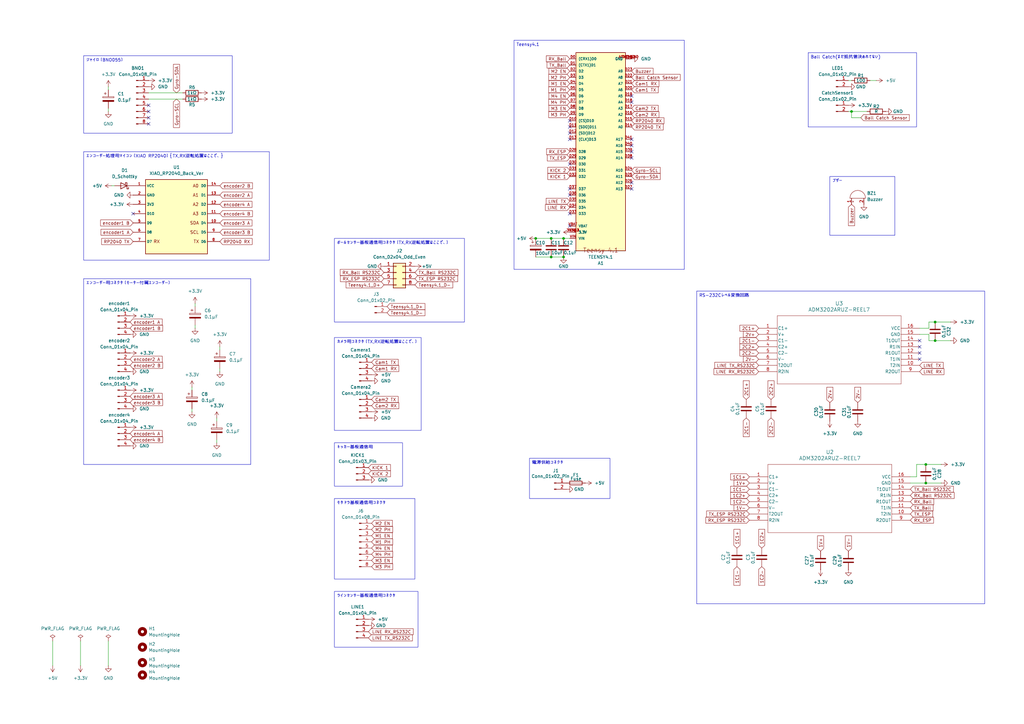
<source format=kicad_sch>
(kicad_sch (version 20250114) (generator "eeschema") (generator_version "9.0")
  (paper "A3")
  (text_box "ラインセンサー基板通信用コネクタ" (at 137.16 242.57 0) (size 34.29 22.86) (margins 0.9525 0.9525 0.9525 0.9525) (effects (font (size 1.27 1.27)) (justify left top)))
  (text_box "モタドラ基板通信用コネクタ" (at 137.16 204.47 0) (size 33.02 33.02) (margins 0.9525 0.9525 0.9525 0.9525) (effects (font (size 1.27 1.27)) (justify left top)))
  (text_box "カメラ用コネクタ（TX,RX逆転処置はここで、）" (at 137.16 138.43 0) (size 35.56 38.1) (margins 0.9525 0.9525 0.9525 0.9525) (effects (font (size 1.27 1.27)) (justify left top)))
  (text_box "エンコーダー処理用マイコン（XIAO RP2040）｛TX,RX逆転処置はここで、｝" (at 34.29 62.23 0) (size 76.2 44.45) (margins 0.9525 0.9525 0.9525 0.9525) (effects (font (size 1.27 1.27)) (justify left top)))
  (text_box "キッカー基板通信用" (at 137.16 181.61 0) (size 27.94 17.78) (margins 0.9525 0.9525 0.9525 0.9525) (effects (font (size 1.27 1.27)) (justify left top)))
  (text_box "Ball Catch(まだ抵抗値決めれてない)" (at 331.47 21.59 0) (size 44.45 30.48) (margins 0.9525 0.9525 0.9525 0.9525) (effects (font (size 1.27 1.27)) (justify left top)))
  (text_box "エンコーダー用コネクタ（モーター付属エンコーダー）" (at 34.29 114.3 0) (size 68.58 76.2) (margins 0.9525 0.9525 0.9525 0.9525) (effects (font (size 1.27 1.27)) (justify left top)))
  (text_box "ボールセンサー基板通信用コネクタ（TX,RX逆転処置はここで、）" (at 137.16 97.79 0) (size 53.34 34.29) (margins 0.9525 0.9525 0.9525 0.9525) (effects (font (size 1.27 1.27)) (justify left top)))
  (text_box "電源供給コネクタ" (at 217.17 187.96 0) (size 33.02 16.51) (margins 0.9525 0.9525 0.9525 0.9525) (effects (font (size 1.27 1.27)) (justify left top)))
  (text_box "ジャイロ（BNO055）" (at 34.29 22.86 0) (size 60.96 31.75) (margins 0.9525 0.9525 0.9525 0.9525) (effects (font (size 1.27 1.27)) (justify left top)))
  (text_box "Teensy4.1" (at 210.82 16.51 0) (size 69.85 93.98) (margins 0.9525 0.9525 0.9525 0.9525) (effects (font (size 1.27 1.27)) (justify left top)))
  (text_box "ブザー" (at 340.36 72.39 0) (size 26.67 24.13) (margins 0.9525 0.9525 0.9525 0.9525) (effects (font (size 1.27 1.27)) (justify left top)))
  (text_box "RS-232Cレベル変換回路" (at 285.75 119.38 0) (size 118.11 128.27) (margins 0.9525 0.9525 0.9525 0.9525) (effects (font (size 1.27 1.27)) (justify left top)))
  (junction (at 219.71 97.79))
  (junction (at 231.14 97.79))
  (junction (at 379.73 190.5))
  (junction (at 231.14 105.41))
  (junction (at 383.54 132.08))
  (junction (at 226.06 105.41))
  (junction (at 349.25 45.72))
  (junction (at 383.54 139.7))
  (junction (at 226.06 97.79))
  (junction (at 379.73 198.12))
  (no_connect (at 54.61 87.63))
  (no_connect (at 377.19 142.24))
  (no_connect (at 259.08 57.15))
  (no_connect (at 60.96 48.26))
  (no_connect (at 259.08 41.91))
  (no_connect (at 60.96 43.18))
  (no_connect (at 233.68 80.01))
  (no_connect (at 233.68 57.15))
  (no_connect (at 259.08 64.77))
  (no_connect (at 259.08 59.69))
  (no_connect (at 259.08 77.47))
  (no_connect (at 60.96 45.72))
  (no_connect (at 60.96 50.8))
  (no_connect (at 377.19 139.7))
  (no_connect (at 259.08 39.37))
  (no_connect (at 259.08 74.93))
  (no_connect (at 377.19 147.32))
  (no_connect (at 233.68 87.63))
  (no_connect (at 233.68 92.71))
  (no_connect (at 233.68 49.53))
  (no_connect (at 259.08 62.23))
  (no_connect (at 233.68 67.31))
  (no_connect (at 233.68 54.61))
  (no_connect (at 377.19 144.78))
  (no_connect (at 233.68 77.47))
  (no_connect (at 233.68 52.07))
  (wire (pts (xy 383.54 132.08) (xy 389.89 132.08)))
  (wire (pts (xy 44.45 44.45) (xy 44.45 45.72)))
  (wire (pts (xy 78.74 158.75) (xy 78.74 160.02)))
  (wire (pts (xy 381 137.16) (xy 377.19 137.16)))
  (wire (pts (xy 80.01 133.35) (xy 80.01 134.62)))
  (wire (pts (xy 33.02 262.89) (xy 33.02 273.05)))
  (wire (pts (xy 88.9 171.45) (xy 88.9 172.72)))
  (wire (pts (xy 349.25 45.72) (xy 349.25 48.26)))
  (wire (pts (xy 375.92 190.5) (xy 379.73 190.5)))
  (wire (pts (xy 349.25 48.26) (xy 353.06 48.26)))
  (wire (pts (xy 381 139.7) (xy 381 137.16)))
  (wire (pts (xy 373.38 198.12) (xy 379.73 198.12)))
  (wire (pts (xy 226.06 105.41) (xy 231.14 105.41)))
  (wire (pts (xy 373.38 195.58) (xy 375.92 195.58)))
  (wire (pts (xy 356.87 33.02) (xy 359.41 33.02)))
  (wire (pts (xy 44.45 35.56) (xy 44.45 36.83)))
  (wire (pts (xy 381 134.62) (xy 381 132.08)))
  (wire (pts (xy 219.71 105.41) (xy 226.06 105.41)))
  (wire (pts (xy 231.14 97.79) (xy 233.68 97.79)))
  (wire (pts (xy 21.59 262.89) (xy 21.59 273.05)))
  (wire (pts (xy 349.25 45.72) (xy 355.6 45.72)))
  (wire (pts (xy 60.96 40.64) (xy 74.93 40.64)))
  (wire (pts (xy 45.72 76.2) (xy 46.99 76.2)))
  (wire (pts (xy 60.96 38.1) (xy 74.93 38.1)))
  (wire (pts (xy 347.98 33.02) (xy 349.25 33.02)))
  (wire (pts (xy 377.19 134.62) (xy 381 134.62)))
  (wire (pts (xy 78.74 167.64) (xy 78.74 168.91)))
  (wire (pts (xy 44.45 262.89) (xy 44.45 273.05)))
  (wire (pts (xy 379.73 190.5) (xy 386.08 190.5)))
  (wire (pts (xy 80.01 124.46) (xy 80.01 125.73)))
  (wire (pts (xy 226.06 97.79) (xy 231.14 97.79)))
  (wire (pts (xy 379.73 198.12) (xy 386.08 198.12)))
  (wire (pts (xy 347.98 45.72) (xy 349.25 45.72)))
  (wire (pts (xy 375.92 195.58) (xy 375.92 190.5)))
  (wire (pts (xy 383.54 139.7) (xy 389.89 139.7)))
  (wire (pts (xy 381 139.7) (xy 383.54 139.7)))
  (wire (pts (xy 88.9 180.34) (xy 88.9 181.61)))
  (wire (pts (xy 381 132.08) (xy 383.54 132.08)))
  (wire (pts (xy 90.17 142.24) (xy 90.17 143.51)))
  (wire (pts (xy 219.71 97.79) (xy 226.06 97.79)))
  (wire (pts (xy 90.17 151.13) (xy 90.17 152.4)))
  (global_label "M2 PH" (shape input) (at 233.68 31.75 180) (property "Intersheetrefs" "${INTERSHEET_REFS}" (effects (hide yes))))
  (global_label "KICK 2" (shape input) (at 151.13 194.31 0) (property "Intersheetrefs" "${INTERSHEET_REFS}" (effects (hide yes))))
  (global_label "LINE TX_RS232C" (shape input) (at 311.15 149.86 180) (property "Intersheetrefs" "${INTERSHEET_REFS}" (effects (hide yes))))
  (global_label "2C1-" (shape input) (at 306.07 171.45 270) (property "Intersheetrefs" "${INTERSHEET_REFS}" (effects (hide yes))))
  (global_label "Cam2 RX" (shape input) (at 259.08 46.99 0) (property "Intersheetrefs" "${INTERSHEET_REFS}" (effects (hide yes))))
  (global_label "RX_Ball" (shape input) (at 233.68 24.13 180) (property "Intersheetrefs" "${INTERSHEET_REFS}" (effects (hide yes))))
  (global_label "1V-" (shape input) (at 307.34 208.28 180) (property "Intersheetrefs" "${INTERSHEET_REFS}" (effects (hide yes))))
  (global_label "Buzzer" (shape input) (at 349.25 83.82 270) (property "Intersheetrefs" "${INTERSHEET_REFS}" (effects (hide yes))))
  (global_label "M2 EN" (shape input) (at 152.4 214.63 0) (property "Intersheetrefs" "${INTERSHEET_REFS}" (effects (hide yes))))
  (global_label "2C1+" (shape input) (at 306.07 163.83 90) (property "Intersheetrefs" "${INTERSHEET_REFS}" (effects (hide yes))))
  (global_label "Ball Catch Sensor" (shape input) (at 259.08 31.75 0) (property "Intersheetrefs" "${INTERSHEET_REFS}" (effects (hide yes))))
  (global_label "Cam2 TX" (shape input) (at 259.08 44.45 0) (property "Intersheetrefs" "${INTERSHEET_REFS}" (effects (hide yes))))
  (global_label "1C1+" (shape input) (at 302.26 224.79 90) (property "Intersheetrefs" "${INTERSHEET_REFS}" (effects (hide yes))))
  (global_label "M1 EN" (shape input) (at 152.4 219.71 0) (property "Intersheetrefs" "${INTERSHEET_REFS}" (effects (hide yes))))
  (global_label "Gyro-SDA" (shape input) (at 72.39 38.1 90) (property "Intersheetrefs" "${INTERSHEET_REFS}" (effects (hide yes))))
  (global_label "1V-" (shape input) (at 347.98 226.06 90) (property "Intersheetrefs" "${INTERSHEET_REFS}" (effects (hide yes))))
  (global_label "2C1+" (shape input) (at 311.15 134.62 180) (property "Intersheetrefs" "${INTERSHEET_REFS}" (effects (hide yes))))
  (global_label "2V+" (shape input) (at 311.15 137.16 180) (property "Intersheetrefs" "${INTERSHEET_REFS}" (effects (hide yes))))
  (global_label "encoder2 B" (shape input) (at 90.17 76.2 0) (property "Intersheetrefs" "${INTERSHEET_REFS}" (effects (hide yes))))
  (global_label "2V+" (shape input) (at 340.36 165.1 90) (property "Intersheetrefs" "${INTERSHEET_REFS}" (effects (hide yes))))
  (global_label "RP2040 RX" (shape input) (at 90.17 99.06 0) (property "Intersheetrefs" "${INTERSHEET_REFS}" (effects (hide yes))))
  (global_label "Ball Catch Sensor" (shape input) (at 353.06 48.26 0) (property "Intersheetrefs" "${INTERSHEET_REFS}" (effects (hide yes))))
  (global_label "M3 EN" (shape input) (at 152.4 229.87 0) (property "Intersheetrefs" "${INTERSHEET_REFS}" (effects (hide yes))))
  (global_label "TX_ESP RS232C" (shape input) (at 170.18 114.3 0) (property "Intersheetrefs" "${INTERSHEET_REFS}" (effects (hide yes))))
  (global_label "RX_ESP" (shape input) (at 233.68 62.23 180) (property "Intersheetrefs" "${INTERSHEET_REFS}" (effects (hide yes))))
  (global_label "encoder2 B" (shape input) (at 53.34 149.86 0) (property "Intersheetrefs" "${INTERSHEET_REFS}" (effects (hide yes))))
  (global_label "LINE TX_RS232C" (shape input) (at 151.13 261.62 0) (property "Intersheetrefs" "${INTERSHEET_REFS}" (effects (hide yes))))
  (global_label "M3 PH" (shape input) (at 152.4 232.41 0) (property "Intersheetrefs" "${INTERSHEET_REFS}" (effects (hide yes))))
  (global_label "encoder3 B" (shape input) (at 53.34 165.1 0) (property "Intersheetrefs" "${INTERSHEET_REFS}" (effects (hide yes))))
  (global_label "RX_Ball RS232C" (shape input) (at 373.38 203.2 0) (property "Intersheetrefs" "${INTERSHEET_REFS}" (effects (hide yes))))
  (global_label "LINE TX" (shape input) (at 377.19 149.86 0) (property "Intersheetrefs" "${INTERSHEET_REFS}" (effects (hide yes))))
  (global_label "Cam2 RX" (shape input) (at 152.4 166.37 0) (property "Intersheetrefs" "${INTERSHEET_REFS}" (effects (hide yes))))
  (global_label "RP2040 RX" (shape input) (at 259.08 49.53 0) (property "Intersheetrefs" "${INTERSHEET_REFS}" (effects (hide yes))))
  (global_label "M4 PH" (shape input) (at 233.68 41.91 180) (property "Intersheetrefs" "${INTERSHEET_REFS}" (effects (hide yes))))
  (global_label "RX_Ball RS232C" (shape input) (at 157.48 111.76 180) (property "Intersheetrefs" "${INTERSHEET_REFS}" (effects (hide yes))))
  (global_label "2C2-" (shape input) (at 316.23 171.45 270) (property "Intersheetrefs" "${INTERSHEET_REFS}" (effects (hide yes))))
  (global_label "M4 EN" (shape input) (at 152.4 224.79 0) (property "Intersheetrefs" "${INTERSHEET_REFS}" (effects (hide yes))))
  (global_label "encoder1 A" (shape input) (at 54.61 95.25 180) (property "Intersheetrefs" "${INTERSHEET_REFS}" (effects (hide yes))))
  (global_label "RP2040 TX" (shape input) (at 54.61 99.06 180) (property "Intersheetrefs" "${INTERSHEET_REFS}" (effects (hide yes))))
  (global_label "LINE RX" (shape input) (at 233.68 85.09 180) (property "Intersheetrefs" "${INTERSHEET_REFS}" (effects (hide yes))))
  (global_label "LINE RX" (shape input) (at 377.19 152.4 0) (property "Intersheetrefs" "${INTERSHEET_REFS}" (effects (hide yes))))
  (global_label "2C2-" (shape input) (at 311.15 144.78 180) (property "Intersheetrefs" "${INTERSHEET_REFS}" (effects (hide yes))))
  (global_label "2V-" (shape input) (at 311.15 147.32 180) (property "Intersheetrefs" "${INTERSHEET_REFS}" (effects (hide yes))))
  (global_label "TX_Ball RS232C" (shape input) (at 170.18 111.76 0) (property "Intersheetrefs" "${INTERSHEET_REFS}" (effects (hide yes))))
  (global_label "1V+" (shape input) (at 336.55 226.06 90) (property "Intersheetrefs" "${INTERSHEET_REFS}" (effects (hide yes))))
  (global_label "encoder2 A" (shape input) (at 90.17 80.01 0) (property "Intersheetrefs" "${INTERSHEET_REFS}" (effects (hide yes))))
  (global_label "encoder4 A" (shape input) (at 90.17 83.82 0) (property "Intersheetrefs" "${INTERSHEET_REFS}" (effects (hide yes))))
  (global_label "LINE TX" (shape input) (at 233.68 82.55 180) (property "Intersheetrefs" "${INTERSHEET_REFS}" (effects (hide yes))))
  (global_label "M1 EN" (shape input) (at 233.68 34.29 180) (property "Intersheetrefs" "${INTERSHEET_REFS}" (effects (hide yes))))
  (global_label "1C2-" (shape input) (at 312.42 232.41 270) (property "Intersheetrefs" "${INTERSHEET_REFS}" (effects (hide yes))))
  (global_label "2V-" (shape input) (at 351.79 165.1 90) (property "Intersheetrefs" "${INTERSHEET_REFS}" (effects (hide yes))))
  (global_label "Gyro-SCL" (shape input) (at 72.39 40.64 270) (property "Intersheetrefs" "${INTERSHEET_REFS}" (effects (hide yes))))
  (global_label "encoder2 A" (shape input) (at 53.34 147.32 0) (property "Intersheetrefs" "${INTERSHEET_REFS}" (effects (hide yes))))
  (global_label "Teensy4.1_D-" (shape input) (at 170.18 116.84 0) (property "Intersheetrefs" "${INTERSHEET_REFS}" (effects (hide yes))))
  (global_label "1C1+" (shape input) (at 307.34 195.58 180) (property "Intersheetrefs" "${INTERSHEET_REFS}" (effects (hide yes))))
  (global_label "KICK 1" (shape input) (at 151.13 191.77 0) (property "Intersheetrefs" "${INTERSHEET_REFS}" (effects (hide yes))))
  (global_label "LINE RX_RS232C" (shape input) (at 151.13 259.08 0) (property "Intersheetrefs" "${INTERSHEET_REFS}" (effects (hide yes))))
  (global_label "M2 PH" (shape input) (at 152.4 217.17 0) (property "Intersheetrefs" "${INTERSHEET_REFS}" (effects (hide yes))))
  (global_label "Teensy4.1_D-" (shape input) (at 158.75 128.27 0) (property "Intersheetrefs" "${INTERSHEET_REFS}" (effects (hide yes))))
  (global_label "encoder3 A" (shape input) (at 90.17 91.44 0) (property "Intersheetrefs" "${INTERSHEET_REFS}" (effects (hide yes))))
  (global_label "1C1-" (shape input) (at 302.26 232.41 270) (property "Intersheetrefs" "${INTERSHEET_REFS}" (effects (hide yes))))
  (global_label "M1 PH" (shape input) (at 152.4 222.25 0) (property "Intersheetrefs" "${INTERSHEET_REFS}" (effects (hide yes))))
  (global_label "Cam1 RX" (shape input) (at 259.08 34.29 0) (property "Intersheetrefs" "${INTERSHEET_REFS}" (effects (hide yes))))
  (global_label "encoder1 B" (shape input) (at 53.34 134.62 0) (property "Intersheetrefs" "${INTERSHEET_REFS}" (effects (hide yes))))
  (global_label "2C2+" (shape input) (at 316.23 163.83 90) (property "Intersheetrefs" "${INTERSHEET_REFS}" (effects (hide yes))))
  (global_label "1C1-" (shape input) (at 307.34 200.66 180) (property "Intersheetrefs" "${INTERSHEET_REFS}" (effects (hide yes))))
  (global_label "RX_ESP RS232C" (shape input) (at 307.34 213.36 180) (property "Intersheetrefs" "${INTERSHEET_REFS}" (effects (hide yes))))
  (global_label "1V+" (shape input) (at 307.34 198.12 180) (property "Intersheetrefs" "${INTERSHEET_REFS}" (effects (hide yes))))
  (global_label "TX_ESP RS232C" (shape input) (at 307.34 210.82 180) (property "Intersheetrefs" "${INTERSHEET_REFS}" (effects (hide yes))))
  (global_label "encoder3 A" (shape input) (at 53.34 162.56 0) (property "Intersheetrefs" "${INTERSHEET_REFS}" (effects (hide yes))))
  (global_label "encoder4 B" (shape input) (at 90.17 87.63 0) (property "Intersheetrefs" "${INTERSHEET_REFS}" (effects (hide yes))))
  (global_label "M2 EN" (shape input) (at 233.68 29.21 180) (property "Intersheetrefs" "${INTERSHEET_REFS}" (effects (hide yes))))
  (global_label "1C2-" (shape input) (at 307.34 205.74 180) (property "Intersheetrefs" "${INTERSHEET_REFS}" (effects (hide yes))))
  (global_label "1C2+" (shape input) (at 307.34 203.2 180) (property "Intersheetrefs" "${INTERSHEET_REFS}" (effects (hide yes))))
  (global_label "encoder1 B" (shape input) (at 54.61 91.44 180) (property "Intersheetrefs" "${INTERSHEET_REFS}" (effects (hide yes))))
  (global_label "TX_Ball" (shape input) (at 233.68 26.67 180) (property "Intersheetrefs" "${INTERSHEET_REFS}" (effects (hide yes))))
  (global_label "Cam2 TX" (shape input) (at 152.4 163.83 0) (property "Intersheetrefs" "${INTERSHEET_REFS}" (effects (hide yes))))
  (global_label "encoder4 B" (shape input) (at 53.34 180.34 0) (property "Intersheetrefs" "${INTERSHEET_REFS}" (effects (hide yes))))
  (global_label "KICK 2" (shape input) (at 233.68 69.85 180) (property "Intersheetrefs" "${INTERSHEET_REFS}" (effects (hide yes))))
  (global_label "Buzzer" (shape input) (at 259.08 29.21 0) (property "Intersheetrefs" "${INTERSHEET_REFS}" (effects (hide yes))))
  (global_label "Teensy4.1_D+" (shape input) (at 158.75 125.73 0) (property "Intersheetrefs" "${INTERSHEET_REFS}" (effects (hide yes))))
  (global_label "TX_ESP" (shape input) (at 373.38 210.82 0) (property "Intersheetrefs" "${INTERSHEET_REFS}" (effects (hide yes))))
  (global_label "M3 EN" (shape input) (at 233.68 44.45 180) (property "Intersheetrefs" "${INTERSHEET_REFS}" (effects (hide yes))))
  (global_label "M1 PH" (shape input) (at 233.68 36.83 180) (property "Intersheetrefs" "${INTERSHEET_REFS}" (effects (hide yes))))
  (global_label "RX_ESP RS232C" (shape input) (at 157.48 114.3 180) (property "Intersheetrefs" "${INTERSHEET_REFS}" (effects (hide yes))))
  (global_label "RX_Ball" (shape input) (at 373.38 205.74 0) (property "Intersheetrefs" "${INTERSHEET_REFS}" (effects (hide yes))))
  (global_label "2C1-" (shape input) (at 311.15 139.7 180) (property "Intersheetrefs" "${INTERSHEET_REFS}" (effects (hide yes))))
  (global_label "Teensy4.1_D+" (shape input) (at 157.48 116.84 180) (property "Intersheetrefs" "${INTERSHEET_REFS}" (effects (hide yes))))
  (global_label "Gyro-SCL" (shape input) (at 259.08 69.85 0) (property "Intersheetrefs" "${INTERSHEET_REFS}" (effects (hide yes))))
  (global_label "Cam1 TX" (shape input) (at 259.08 36.83 0) (property "Intersheetrefs" "${INTERSHEET_REFS}" (effects (hide yes))))
  (global_label "Cam1 TX" (shape input) (at 152.4 148.59 0) (property "Intersheetrefs" "${INTERSHEET_REFS}" (effects (hide yes))))
  (global_label "TX_Ball" (shape input) (at 373.38 208.28 0) (property "Intersheetrefs" "${INTERSHEET_REFS}" (effects (hide yes))))
  (global_label "M3 PH" (shape input) (at 233.68 46.99 180) (property "Intersheetrefs" "${INTERSHEET_REFS}" (effects (hide yes))))
  (global_label "1C2+" (shape input) (at 312.42 224.79 90) (property "Intersheetrefs" "${INTERSHEET_REFS}" (effects (hide yes))))
  (global_label "RP2040 TX" (shape input) (at 259.08 52.07 0) (property "Intersheetrefs" "${INTERSHEET_REFS}" (effects (hide yes))))
  (global_label "RX_ESP" (shape input) (at 373.38 213.36 0) (property "Intersheetrefs" "${INTERSHEET_REFS}" (effects (hide yes))))
  (global_label "2C2+" (shape input) (at 311.15 142.24 180) (property "Intersheetrefs" "${INTERSHEET_REFS}" (effects (hide yes))))
  (global_label "LINE RX_RS232C" (shape input) (at 311.15 152.4 180) (property "Intersheetrefs" "${INTERSHEET_REFS}" (effects (hide yes))))
  (global_label "Cam1 RX" (shape input) (at 152.4 151.13 0) (property "Intersheetrefs" "${INTERSHEET_REFS}" (effects (hide yes))))
  (global_label "encoder3 B" (shape input) (at 90.17 95.25 0) (property "Intersheetrefs" "${INTERSHEET_REFS}" (effects (hide yes))))
  (global_label "TX_ESP" (shape input) (at 233.68 64.77 180) (property "Intersheetrefs" "${INTERSHEET_REFS}" (effects (hide yes))))
  (global_label "M4 EN" (shape input) (at 233.68 39.37 180) (property "Intersheetrefs" "${INTERSHEET_REFS}" (effects (hide yes))))
  (global_label "Gyro-SDA" (shape input) (at 259.08 72.39 0) (property "Intersheetrefs" "${INTERSHEET_REFS}" (effects (hide yes))))
  (global_label "TX_Ball RS232C" (shape input) (at 373.38 200.66 0) (property "Intersheetrefs" "${INTERSHEET_REFS}" (effects (hide yes))))
  (global_label "encoder4 A" (shape input) (at 53.34 177.8 0) (property "Intersheetrefs" "${INTERSHEET_REFS}" (effects (hide yes))))
  (global_label "encoder1 A" (shape input) (at 53.34 132.08 0) (property "Intersheetrefs" "${INTERSHEET_REFS}" (effects (hide yes))))
  (global_label "KICK 1" (shape input) (at 233.68 72.39 180) (property "Intersheetrefs" "${INTERSHEET_REFS}" (effects (hide yes))))
  (global_label "M4 PH" (shape input) (at 152.4 227.33 0) (property "Intersheetrefs" "${INTERSHEET_REFS}" (effects (hide yes))))
  (symbol (lib_id "power:GND") (at 78.74 168.91 0) (unit 1)
    (property "Reference" "#PWR048" (effects (hide yes)))
    (property "Value" "GND" (at 78.74 173.99 0))
    (property "Description" "Power symbol creates a global label with name \"GND\" , ground" (effects (hide yes)))
  )
  (symbol (lib_id "power:GND") (at 152.4 171.45 90) (unit 1)
    (property "Reference" "#PWR020" (effects (hide yes)))
    (property "Value" "GND" (at 156.21 171.4499 90) (effects (justify right)))
    (property "Description" "Power symbol creates a global label with name \"GND\" , ground" (effects (hide yes)))
  )
  (symbol (lib_id "Connector:Conn_01x02_Pin") (at 342.9 43.18 0) (unit 1)
    (property "Reference" "CatchSensor1" (at 343.535 38.1 0))
    (property "Value" "Conn_01x02_Pin" (at 343.535 40.64 0))
    (property "Footprint" "Connector_JST:JST_XH_S2B-XH-A_1x02_P2.50mm_Horizontal" (effects (hide yes)))
    (property "Description" "Generic connector, single row, 01x02, script generated" (effects (hide yes)))
  )
  (symbol (lib_id "power:+3.3V") (at 78.74 158.75 0) (unit 1)
    (property "Reference" "#PWR047" (effects (hide yes)))
    (property "Value" "+3.3V" (at 78.74 153.67 0))
    (property "Description" "Power symbol creates a global label with name \"+3.3V\"" (effects (hide yes)))
  )
  (symbol (lib_id "Mechanical:MountingHole") (at 58.42 265.43 0) (unit 1) (exclude_from_sim yes) (in_bom no)
    (property "Reference" "H2" (at 60.96 264.1599 0) (effects (justify left)))
    (property "Value" "MountingHole" (at 60.96 266.6999 0) (effects (justify left)))
    (property "Footprint" "MountingHole:MountingHole_3.2mm_M3" (effects (hide yes)))
    (property "Description" "Mounting Hole without connection" (effects (hide yes)))
  )
  (symbol (lib_id "Device:C") (at 351.79 168.91 180) (unit 1)
    (property "Reference" "C31" (at 346.202 168.91 90))
    (property "Value" "0.1uF" (at 348.234 168.91 90))
    (property "Footprint" "Capacitor_SMD:C_0402_1005Metric" (effects (hide yes)))
    (property "Description" "Unpolarized capacitor" (effects (hide yes)))
  )
  (symbol (lib_id "Device:R") (at 78.74 38.1 90) (unit 1)
    (property "Reference" "R6" (at 78.74 35.814 90))
    (property "Value" "1kΩ" (at 78.74 38.1 90))
    (property "Footprint" "Resistor_SMD:R_0603_1608Metric" (effects (hide yes)))
    (property "Description" "Resistor" (effects (hide yes)))
  )
  (symbol (lib_id "power:+3.3V") (at 53.34 175.26 270) (unit 1)
    (property "Reference" "#PWR039" (effects (hide yes)))
    (property "Value" "+3.3V" (at 57.15 175.2599 90) (effects (justify left)))
    (property "Description" "Power symbol creates a global label with name \"+3.3V\"" (effects (hide yes)))
  )
  (symbol (lib_id "power:GND") (at 259.08 24.13 90) (unit 1)
    (property "Reference" "#PWR042" (effects (hide yes)))
    (property "Value" "GND" (at 262.89 24.1301 90) (effects (justify right)))
    (property "Description" "Power symbol creates a global label with name \"GND\" , ground" (effects (hide yes)))
  )
  (symbol (lib_id "Device:R") (at 78.74 40.64 90) (unit 1)
    (property "Reference" "R5" (at 78.74 42.926 90))
    (property "Value" "1kΩ" (at 78.74 40.64 90))
    (property "Footprint" "Resistor_SMD:R_0603_1608Metric" (effects (hide yes)))
    (property "Description" "Resistor" (effects (hide yes)))
  )
  (symbol (lib_id "power:+3.3V") (at 54.61 83.82 90) (unit 1)
    (property "Reference" "#PWR015" (effects (hide yes)))
    (property "Value" "+3.3V" (at 50.8 83.8199 90) (effects (justify left)))
    (property "Description" "Power symbol creates a global label with name \"+3.3V\"" (effects (hide yes)))
  )
  (symbol (lib_id "power:GND") (at 53.34 137.16 90) (unit 1)
    (property "Reference" "#PWR034" (effects (hide yes)))
    (property "Value" "GND" (at 57.15 137.1599 90) (effects (justify right)))
    (property "Description" "Power symbol creates a global label with name \"GND\" , ground" (effects (hide yes)))
  )
  (symbol (lib_id "power:+5V") (at 21.59 273.05 180) (unit 1)
    (property "Reference" "#PWR010" (effects (hide yes)))
    (property "Value" "+5V" (at 21.59 278.13 0))
    (property "Description" "Power symbol creates a global label with name \"+5V\"" (effects (hide yes)))
  )
  (symbol (lib_id "power:GND") (at 389.89 139.7 90) (unit 1)
    (property "Reference" "#PWR0101" (effects (hide yes)))
    (property "Value" "GND" (at 393.7 139.6999 90) (effects (justify right)))
    (property "Description" "Power symbol creates a global label with name \"GND\" , ground" (effects (hide yes)))
  )
  (symbol (lib_id "Device:C_Polarized") (at 78.74 163.83 0) (unit 1)
    (property "Reference" "C8" (at 82.55 161.6709 0) (effects (justify left)))
    (property "Value" "0.1μF" (at 82.55 164.2109 0) (effects (justify left)))
    (property "Footprint" "Capacitor_SMD:C_0603_1608Metric_Pad1.08x0.95mm_HandSolder" (effects (hide yes)))
    (property "Description" "Polarized capacitor" (effects (hide yes)))
  )
  (symbol (lib_id "power:GND") (at 53.34 167.64 90) (unit 1)
    (property "Reference" "#PWR038" (effects (hide yes)))
    (property "Value" "GND" (at 57.15 167.6399 90) (effects (justify right)))
    (property "Description" "Power symbol creates a global label with name \"GND\" , ground" (effects (hide yes)))
  )
  (symbol (lib_id "Connector:Conn_01x08_Pin") (at 147.32 222.25 0) (unit 1)
    (property "Reference" "J6" (at 147.955 209.55 0))
    (property "Value" "Conn_01x08_Pin" (at 147.955 212.09 0))
    (property "Footprint" "FFC conector:FFC conector 0.5mm Pich" (effects (hide yes)))
    (property "Description" "Generic connector, single row, 01x08, script generated" (effects (hide yes)))
  )
  (symbol (lib_id "power:GND") (at 60.96 35.56 90) (unit 1)
    (property "Reference" "#PWR08" (effects (hide yes)))
    (property "Value" "GND" (at 64.77 35.5599 90) (effects (justify right)))
    (property "Description" "Power symbol creates a global label with name \"GND\" , ground" (effects (hide yes)))
  )
  (symbol (lib_id "Device:D_Schottky") (at 50.8 76.2 180) (unit 1)
    (property "Reference" "D1" (at 51.1175 69.85 0))
    (property "Value" "D_Schottky" (at 51.1175 72.39 0))
    (property "Footprint" "Diode_SMD:D_SMA" (effects (hide yes)))
    (property "Description" "Schottky diode" (effects (hide yes)))
  )
  (symbol (lib_id "Connector:Conn_01x02_Pin") (at 227.33 198.12 0) (unit 1)
    (property "Reference" "J1" (at 227.965 193.04 0))
    (property "Value" "Conn_01x02_Pin" (at 225.806 195.326 0))
    (property "Footprint" "Connector_JST:JST_XH_S2B-XH-A_1x02_P2.50mm_Horizontal" (effects (hide yes)))
    (property "Description" "Generic connector, single row, 01x02, script generated" (effects (hide yes)))
  )
  (symbol (lib_id "Connector:Conn_01x04_Pin") (at 147.32 166.37 0) (unit 1)
    (property "Reference" "Camera2" (at 147.955 158.75 0))
    (property "Value" "Conn_01x04_Pin" (at 147.955 161.29 0))
    (property "Footprint" "GROVE:GROVE-HW4-2.0" (effects (hide yes)))
    (property "Description" "Generic connector, single row, 01x04, script generated" (effects (hide yes)))
  )
  (symbol (lib_id "power:+5V") (at 240.03 198.12 270) (unit 1)
    (property "Reference" "#PWR026" (effects (hide yes)))
    (property "Value" "+5V" (at 243.84 198.1199 90) (effects (justify left)))
    (property "Description" "Power symbol creates a global label with name \"+5V\"" (effects (hide yes)))
  )
  (symbol (lib_id "Connector:Conn_01x04_Pin") (at 48.26 162.56 0) (unit 1)
    (property "Reference" "encoder3" (at 48.895 154.94 0))
    (property "Value" "Conn_01x04_Pin" (at 48.895 157.48 0))
    (property "Footprint" "Connector_JST:JST_XH_S4B-XH-A_1x04_P2.50mm_Horizontal" (effects (hide yes)))
    (property "Description" "Generic connector, single row, 01x04, script generated" (effects (hide yes)))
  )
  (symbol (lib_id "Device:C") (at 312.42 228.6 180) (unit 1)
    (property "Reference" "C3" (at 306.832 228.6 90))
    (property "Value" "0.1uF" (at 308.864 228.6 90))
    (property "Footprint" "Capacitor_SMD:C_0402_1005Metric" (effects (hide yes)))
    (property "Description" "Unpolarized capacitor" (effects (hide yes)))
  )
  (symbol (lib_id "power:+3.3V") (at 88.9 171.45 0) (unit 1)
    (property "Reference" "#PWR049" (effects (hide yes)))
    (property "Value" "+3.3V" (at 88.9 166.37 0))
    (property "Description" "Power symbol creates a global label with name \"+3.3V\"" (effects (hide yes)))
  )
  (symbol (lib_id "Teensy4.1:TEENSY4.1") (at 256.54 102.87 180) (unit 1)
    (property "Reference" "A1" (at 246.38 107.95 0))
    (property "Value" "TEENSY4.1" (at 246.38 105.41 0))
    (property "Footprint" "Teensy4.1:TEENSY4.1" (effects (hide yes)))
    (property "TEENSY" "4.1" (effects (hide yes)))
    (property "MF" "PJRC" (effects (hide yes)))
    (property "Package" "None" (effects (hide yes)))
    (property "Price" "None" (effects (hide yes)))
    (property "SnapEDA_Link" "https://www.snapeda.com/parts/Teensy%204.1/PJRC/view-part/?ref=snap" (effects (hide yes)))
    (property "MP" "Teensy 4.1" (effects (hide yes)))
    (property "Availability" "Not in stock" (effects (hide yes)))
    (property "Check_prices" "https://www.snapeda.com/parts/Teensy%204.1/PJRC/view-part/?ref=eda" (effects (hide yes)))
  )
  (symbol (lib_id "power:+5V") (at 219.71 97.79 90) (unit 1)
    (property "Reference" "#PWR016" (effects (hide yes)))
    (property "Value" "+5V" (at 215.9 97.7901 90) (effects (justify left)))
    (property "Description" "Power symbol creates a global label with name \"+5V\"" (effects (hide yes)))
  )
  (symbol (lib_id "power:GND") (at 151.13 196.85 90) (unit 1)
    (property "Reference" "#PWR024" (effects (hide yes)))
    (property "Value" "GND" (at 154.94 196.8499 90) (effects (justify right)))
    (property "Description" "Power symbol creates a global label with name \"GND\" , ground" (effects (hide yes)))
  )
  (symbol (lib_id "power:+3.3V") (at 60.96 33.02 270) (unit 1)
    (property "Reference" "#PWR09" (effects (hide yes)))
    (property "Value" "+3.3V" (at 64.77 33.0199 90) (effects (justify left)))
    (property "Description" "Power symbol creates a global label with name \"+3.3V\"" (effects (hide yes)))
  )
  (symbol (lib_id "power:GND") (at 44.45 45.72 0) (unit 1)
    (property "Reference" "#PWR06" (effects (hide yes)))
    (property "Value" "GND" (at 44.45 50.8 0))
    (property "Description" "Power symbol creates a global label with name \"GND\" , ground" (effects (hide yes)))
  )
  (symbol (lib_id "Device:C") (at 316.23 167.64 180) (unit 1)
    (property "Reference" "C5" (at 310.642 167.64 90))
    (property "Value" "0.1uF" (at 312.674 167.64 90))
    (property "Footprint" "Capacitor_SMD:C_0402_1005Metric" (effects (hide yes)))
    (property "Description" "Unpolarized capacitor" (effects (hide yes)))
  )
  (symbol (lib_id "power:GND") (at 386.08 198.12 90) (unit 1)
    (property "Reference" "#PWR098" (effects (hide yes)))
    (property "Value" "GND" (at 389.89 198.1199 90) (effects (justify right)))
    (property "Description" "Power symbol creates a global label with name \"GND\" , ground" (effects (hide yes)))
  )
  (symbol (lib_id "Connector:Conn_01x08_Pin") (at 55.88 40.64 0) (unit 1)
    (property "Reference" "BNO1" (at 56.515 27.94 0))
    (property "Value" "Conn_01x08_Pin" (at 56.515 30.48 0))
    (property "Footprint" "BNO055:BNO055" (effects (hide yes)))
    (property "Description" "Generic connector, single row, 01x08, script generated" (effects (hide yes)))
  )
  (symbol (lib_id "Device:R") (at 359.41 45.72 90) (unit 1)
    (property "Reference" "R2" (at 359.41 43.688 90))
    (property "Value" "R" (at 359.41 45.72 90))
    (property "Footprint" "Resistor_THT:R_Axial_DIN0207_L6.3mm_D2.5mm_P10.16mm_Horizontal" (effects (hide yes)))
    (property "Description" "Resistor" (effects (hide yes)))
  )
  (symbol (lib_id "power:GND") (at 354.33 83.82 0) (unit 1)
    (property "Reference" "#PWR051" (effects (hide yes)))
    (property "Value" "GND" (at 354.33 88.9 0))
    (property "Description" "Power symbol creates a global label with name \"GND\" , ground" (effects (hide yes)))
  )
  (symbol (lib_id "Device:C_Polarized") (at 219.71 101.6 0) (unit 1)
    (property "Reference" "C10" (at 219.71 99.568 0) (effects (justify left)))
    (property "Value" "100uF" (at 219.71 103.886 0) (effects (justify left)))
    (property "Footprint" "Capacitor_THT:CP_Radial_D6.3mm_P2.50mm" (effects (hide yes)))
    (property "Description" "Polarized capacitor" (effects (hide yes)))
  )
  (symbol (lib_id "Device:C") (at 226.06 101.6 0) (unit 1)
    (property "Reference" "C11" (at 226.06 99.568 0) (effects (justify left)))
    (property "Value" "10uF" (at 226.06 103.632 0) (effects (justify left)))
    (property "Footprint" "Capacitor_SMD:C_0603_1608Metric" (effects (hide yes)))
    (property "Description" "Unpolarized capacitor" (effects (hide yes)))
  )
  (symbol (lib_id "Device:C") (at 340.36 168.91 180) (unit 1)
    (property "Reference" "C30" (at 334.772 168.91 90))
    (property "Value" "0.1uF" (at 336.804 168.91 90))
    (property "Footprint" "Capacitor_SMD:C_0402_1005Metric" (effects (hide yes)))
    (property "Description" "Unpolarized capacitor" (effects (hide yes)))
  )
  (symbol (lib_id "power:GND") (at 347.98 233.68 0) (unit 1)
    (property "Reference" "#PWR0137" (effects (hide yes)))
    (property "Value" "GND" (at 347.98 238.76 0))
    (property "Description" "Power symbol creates a global label with name \"GND\" , ground" (effects (hide yes)))
  )
  (symbol (lib_id "power:GND") (at 80.01 134.62 0) (unit 1)
    (property "Reference" "#PWR044" (effects (hide yes)))
    (property "Value" "GND" (at 80.01 139.7 0))
    (property "Description" "Power symbol creates a global label with name \"GND\" , ground" (effects (hide yes)))
  )
  (symbol (lib_id "power:+3.3V") (at 53.34 129.54 270) (unit 1)
    (property "Reference" "#PWR033" (effects (hide yes)))
    (property "Value" "+3.3V" (at 57.15 129.5399 90) (effects (justify left)))
    (property "Description" "Power symbol creates a global label with name \"+3.3V\"" (effects (hide yes)))
  )
  (symbol (lib_id "power:+3.3V") (at 336.55 233.68 180) (unit 1)
    (property "Reference" "#PWR096" (effects (hide yes)))
    (property "Value" "+3.3V" (at 336.55 238.76 0))
    (property "Description" "Power symbol creates a global label with name \"+3.3V\"" (effects (hide yes)))
  )
  (symbol (lib_id "ESP32:XIAO_RP2040_Back_Ver") (at 72.39 87.63 0) (unit 1)
    (property "Reference" "U1" (at 72.39 68.58 0))
    (property "Value" "XIAO_RP2040_Back_Ver" (at 72.39 71.12 0))
    (property "Footprint" "ESP32:XIAO-RP2040-DIP" (effects (hide yes)))
  )
  (symbol (lib_id "power:+3.3V") (at 233.68 95.25 90) (unit 1)
    (property "Reference" "#PWR017" (effects (hide yes)))
    (property "Value" "+3.3V" (at 229.87 95.2501 90) (effects (justify left)))
    (property "Description" "Power symbol creates a global label with name \"+3.3V\"" (effects (hide yes)))
  )
  (symbol (lib_id "power:+3.3V") (at 347.98 43.18 270) (unit 1)
    (property "Reference" "#PWR025" (effects (hide yes)))
    (property "Value" "+3.3V" (at 351.79 43.1799 90) (effects (justify left)))
    (property "Description" "Power symbol creates a global label with name \"+3.3V\"" (effects (hide yes)))
  )
  (symbol (lib_id "Device:R") (at 353.06 33.02 90) (unit 1)
    (property "Reference" "R1" (at 353.06 30.988 90))
    (property "Value" "100" (at 353.06 33.02 90))
    (property "Footprint" "Resistor_THT:R_Axial_DIN0207_L6.3mm_D2.5mm_P10.16mm_Horizontal" (effects (hide yes)))
    (property "Description" "Resistor" (effects (hide yes)))
  )
  (symbol (lib_id "Connector:Conn_01x04_Pin") (at 48.26 177.8 0) (unit 1)
    (property "Reference" "encoder4" (at 48.895 170.18 0))
    (property "Value" "Conn_01x04_Pin" (at 48.895 172.72 0))
    (property "Footprint" "Connector_JST:JST_XH_S4B-XH-A_1x04_P2.50mm_Horizontal" (effects (hide yes)))
    (property "Description" "Generic connector, single row, 01x04, script generated" (effects (hide yes)))
  )
  (symbol (lib_id "power:+3.3V") (at 389.89 132.08 270) (unit 1)
    (property "Reference" "#PWR0100" (effects (hide yes)))
    (property "Value" "+3.3V" (at 393.7 132.0799 90) (effects (justify left)))
    (property "Description" "Power symbol creates a global label with name \"+3.3V\"" (effects (hide yes)))
  )
  (symbol (lib_id "power:+3.3V") (at 82.55 40.64 270) (unit 1)
    (property "Reference" "#PWR012" (effects (hide yes)))
    (property "Value" "+3.3V" (at 86.36 40.6399 90) (effects (justify left)))
    (property "Description" "Power symbol creates a global label with name \"+3.3V\"" (effects (hide yes)))
  )
  (symbol (lib_id "power:GND") (at 151.13 256.54 90) (unit 1)
    (property "Reference" "#PWR031" (effects (hide yes)))
    (property "Value" "GND" (at 156.21 256.54 90))
    (property "Description" "Power symbol creates a global label with name \"GND\" , ground" (effects (hide yes)))
  )
  (symbol (lib_id "power:+5V") (at 151.13 254 270) (unit 1)
    (property "Reference" "#PWR032" (effects (hide yes)))
    (property "Value" "+5V" (at 154.94 253.9999 90) (effects (justify left)))
    (property "Description" "Power symbol creates a global label with name \"+5V\"" (effects (hide yes)))
  )
  (symbol (lib_id "power:GND") (at 53.34 152.4 90) (unit 1)
    (property "Reference" "#PWR036" (effects (hide yes)))
    (property "Value" "GND" (at 57.15 152.3999 90) (effects (justify right)))
    (property "Description" "Power symbol creates a global label with name \"GND\" , ground" (effects (hide yes)))
  )
  (symbol (lib_id "Connector:Conn_01x04_Pin") (at 146.05 256.54 0) (unit 1)
    (property "Reference" "LINE1" (at 146.685 248.92 0))
    (property "Value" "Conn_01x04_Pin" (at 146.685 251.46 0))
    (property "Footprint" "Connector_JST:JST_XH_B4B-XH-A_1x04_P2.50mm_Vertical" (effects (hide yes)))
    (property "Description" "Generic connector, single row, 01x04, script generated" (effects (hide yes)))
  )
  (symbol (lib_id "power:GND") (at 231.14 105.41 0) (unit 1)
    (property "Reference" "#PWR052" (effects (hide yes)))
    (property "Value" "GND" (at 231.14 109.22 0))
    (property "Description" "Power symbol creates a global label with name \"GND\" , ground" (effects (hide yes)))
  )
  (symbol (lib_id "power:+5V") (at 152.4 168.91 270) (unit 1)
    (property "Reference" "#PWR019" (effects (hide yes)))
    (property "Value" "+5V" (at 156.21 168.9099 90) (effects (justify left)))
    (property "Description" "Power symbol creates a global label with name \"+5V\"" (effects (hide yes)))
  )
  (symbol (lib_id "Device:Buzzer") (at 351.79 81.28 90) (unit 1)
    (property "Reference" "BZ1" (at 355.6 79.2548 90) (effects (justify right)))
    (property "Value" "Buzzer" (at 355.6 81.7948 90) (effects (justify right)))
    (property "Footprint" "MAIN:Buzzer UDX01CLFPH" (effects (hide yes)))
    (property "Description" "Buzzer, polarized" (effects (hide yes)))
  )
  (symbol (lib_id "power:GND") (at 88.9 181.61 0) (unit 1)
    (property "Reference" "#PWR050" (effects (hide yes)))
    (property "Value" "GND" (at 88.9 186.69 0))
    (property "Description" "Power symbol creates a global label with name \"GND\" , ground" (effects (hide yes)))
  )
  (symbol (lib_id "Connector:Conn_01x02_Pin") (at 342.9 33.02 0) (unit 1)
    (property "Reference" "LED1" (at 343.535 27.94 0))
    (property "Value" "Conn_01x02_Pin" (at 343.535 30.48 0))
    (property "Footprint" "Connector_JST:JST_XH_S2B-XH-A_1x02_P2.50mm_Horizontal" (effects (hide yes)))
    (property "Description" "Generic connector, single row, 01x02, script generated" (effects (hide yes)))
  )
  (symbol (lib_id "power:+3.3V") (at 53.34 144.78 270) (unit 1)
    (property "Reference" "#PWR035" (effects (hide yes)))
    (property "Value" "+3.3V" (at 57.15 144.7799 90) (effects (justify left)))
    (property "Description" "Power symbol creates a global label with name \"+3.3V\"" (effects (hide yes)))
  )
  (symbol (lib_id "RS232C ADM3202ARUZ:ADM3202ARUZ-REEL7") (at 311.15 134.62 0) (unit 1)
    (property "Reference" "U3" (at 344.17 124.46 0) (effects (font (size 1.524 1.524))))
    (property "Value" "ADM3202ARUZ-REEL7" (at 344.17 127 0) (effects (font (size 1.524 1.524))))
    (property "Footprint" "RS232C ADM3202ARUZ:RU_16_ADI" (effects (hide yes)))
  )
  (symbol (lib_id "power:GND") (at 347.98 35.56 90) (unit 1)
    (property "Reference" "#PWR029" (effects (hide yes)))
    (property "Value" "GND" (at 353.06 35.56 90))
    (property "Description" "Power symbol creates a global label with name \"GND\" , ground" (effects (hide yes)))
  )
  (symbol (lib_id "power:GND") (at 152.4 156.21 90) (unit 1)
    (property "Reference" "#PWR021" (effects (hide yes)))
    (property "Value" "GND" (at 156.21 156.2099 90) (effects (justify right)))
    (property "Description" "Power symbol creates a global label with name \"GND\" , ground" (effects (hide yes)))
  )
  (symbol (lib_id "Device:C_Polarized") (at 80.01 129.54 0) (unit 1)
    (property "Reference" "C6" (at 83.82 127.3809 0) (effects (justify left)))
    (property "Value" "0.1μF" (at 83.82 129.9209 0) (effects (justify left)))
    (property "Footprint" "Capacitor_SMD:C_0603_1608Metric_Pad1.08x0.95mm_HandSolder" (effects (hide yes)))
    (property "Description" "Polarized capacitor" (effects (hide yes)))
  )
  (symbol (lib_id "power:+3.3V") (at 90.17 142.24 0) (unit 1)
    (property "Reference" "#PWR045" (effects (hide yes)))
    (property "Value" "+3.3V" (at 90.17 137.16 0))
    (property "Description" "Power symbol creates a global label with name \"+3.3V\"" (effects (hide yes)))
  )
  (symbol (lib_id "power:GND") (at 157.48 109.22 270) (unit 1)
    (property "Reference" "#PWR023" (effects (hide yes)))
    (property "Value" "GND" (at 152.654 109.22 90))
    (property "Description" "Power symbol creates a global label with name \"GND\" , ground" (effects (hide yes)))
  )
  (symbol (lib_id "power:GND") (at 232.41 200.66 90) (unit 1)
    (property "Reference" "#PWR027" (effects (hide yes)))
    (property "Value" "GND" (at 237.49 200.66 90))
    (property "Description" "Power symbol creates a global label with name \"GND\" , ground" (effects (hide yes)))
  )
  (symbol (lib_id "power:GND") (at 54.61 80.01 270) (unit 1)
    (property "Reference" "#PWR014" (effects (hide yes)))
    (property "Value" "GND" (at 50.8 80.0099 90) (effects (justify right)))
    (property "Description" "Power symbol creates a global label with name \"GND\" , ground" (effects (hide yes)))
  )
  (symbol (lib_id "power:+5V") (at 170.18 109.22 270) (unit 1)
    (property "Reference" "#PWR022" (effects (hide yes)))
    (property "Value" "+5V" (at 175.006 109.22 90))
    (property "Description" "Power symbol creates a global label with name \"+5V\"" (effects (hide yes)))
  )
  (symbol (lib_id "power:+5V") (at 359.41 33.02 270) (unit 1)
    (property "Reference" "#PWR028" (effects (hide yes)))
    (property "Value" "+5V" (at 363.22 33.0199 90) (effects (justify left)))
    (property "Description" "Power symbol creates a global label with name \"+5V\"" (effects (hide yes)))
  )
  (symbol (lib_id "Device:Fuse") (at 236.22 198.12 90) (unit 1)
    (property "Reference" "F1" (at 236.22 194.818 90))
    (property "Value" "Fuse" (at 236.22 196.342 90))
    (property "Footprint" "MAIN:MFR300" (effects (hide yes)))
    (property "Description" "Fuse" (effects (hide yes)))
  )
  (symbol (lib_id "power:+3.3V") (at 386.08 190.5 270) (unit 1)
    (property "Reference" "#PWR097" (effects (hide yes)))
    (property "Value" "+3.3V" (at 389.89 190.4999 90) (effects (justify left)))
    (property "Description" "Power symbol creates a global label with name \"+3.3V\"" (effects (hide yes)))
  )
  (symbol (lib_id "Device:C_Polarized") (at 90.17 147.32 0) (unit 1)
    (property "Reference" "C7" (at 93.98 145.1609 0) (effects (justify left)))
    (property "Value" "0.1μF" (at 93.98 147.7009 0) (effects (justify left)))
    (property "Footprint" "Capacitor_SMD:C_0603_1608Metric_Pad1.08x0.95mm_HandSolder" (effects (hide yes)))
    (property "Description" "Polarized capacitor" (effects (hide yes)))
  )
  (symbol (lib_id "Device:C") (at 383.54 135.89 0) (unit 1)
    (property "Reference" "C32" (at 389.128 135.89 90))
    (property "Value" "0.1uF" (at 387.096 135.89 90))
    (property "Footprint" "Capacitor_SMD:C_0402_1005Metric" (effects (hide yes)))
    (property "Description" "Unpolarized capacitor" (effects (hide yes)))
  )
  (symbol (lib_id "Mechanical:MountingHole") (at 58.42 271.78 0) (unit 1) (exclude_from_sim yes) (in_bom no)
    (property "Reference" "H3" (at 60.96 270.5099 0) (effects (justify left)))
    (property "Value" "MountingHole" (at 60.96 273.0499 0) (effects (justify left)))
    (property "Footprint" "MountingHole:MountingHole_3.2mm_M3" (effects (hide yes)))
    (property "Description" "Mounting Hole without connection" (effects (hide yes)))
  )
  (symbol (lib_id "power:+5V") (at 45.72 76.2 90) (unit 1)
    (property "Reference" "#PWR091" (effects (hide yes)))
    (property "Value" "+5V" (at 41.91 76.2001 90) (effects (justify left)))
    (property "Description" "Power symbol creates a global label with name \"+5V\"" (effects (hide yes)))
  )
  (symbol (lib_id "power:GND") (at 351.79 172.72 0) (unit 1)
    (property "Reference" "#PWR0138" (effects (hide yes)))
    (property "Value" "GND" (at 351.79 177.8 0))
    (property "Description" "Power symbol creates a global label with name \"GND\" , ground" (effects (hide yes)))
  )
  (symbol (lib_id "power:+3.3V") (at 53.34 160.02 270) (unit 1)
    (property "Reference" "#PWR037" (effects (hide yes)))
    (property "Value" "+3.3V" (at 57.15 160.0199 90) (effects (justify left)))
    (property "Description" "Power symbol creates a global label with name \"+3.3V\"" (effects (hide yes)))
  )
  (symbol (lib_id "Device:C_Polarized") (at 88.9 176.53 0) (unit 1)
    (property "Reference" "C9" (at 92.71 174.3709 0) (effects (justify left)))
    (property "Value" "0.1μF" (at 92.71 176.9109 0) (effects (justify left)))
    (property "Footprint" "Capacitor_SMD:C_0603_1608Metric_Pad1.08x0.95mm_HandSolder" (effects (hide yes)))
    (property "Description" "Polarized capacitor" (effects (hide yes)))
  )
  (symbol (lib_id "Mechanical:MountingHole") (at 58.42 276.86 0) (unit 1) (exclude_from_sim yes) (in_bom no)
    (property "Reference" "H4" (at 60.96 275.5899 0) (effects (justify left)))
    (property "Value" "MountingHole" (at 60.96 278.1299 0) (effects (justify left)))
    (property "Footprint" "MountingHole:MountingHole_3.2mm_M3" (effects (hide yes)))
    (property "Description" "Mounting Hole without connection" (effects (hide yes)))
  )
  (symbol (lib_id "Device:C") (at 336.55 229.87 180) (unit 1)
    (property "Reference" "C27" (at 330.962 229.87 90))
    (property "Value" "0.1uF" (at 332.994 229.87 90))
    (property "Footprint" "Capacitor_SMD:C_0402_1005Metric" (effects (hide yes)))
    (property "Description" "Unpolarized capacitor" (effects (hide yes)))
  )
  (symbol (lib_id "Device:C") (at 306.07 167.64 180) (unit 1)
    (property "Reference" "C4" (at 300.482 167.64 90))
    (property "Value" "0.1uF" (at 302.514 167.64 90))
    (property "Footprint" "Capacitor_SMD:C_0402_1005Metric" (effects (hide yes)))
    (property "Description" "Unpolarized capacitor" (effects (hide yes)))
  )
  (symbol (lib_id "Device:C") (at 379.73 194.31 0) (unit 1)
    (property "Reference" "C28" (at 385.318 194.31 90))
    (property "Value" "0.1uF" (at 383.286 194.31 90))
    (property "Footprint" "Capacitor_SMD:C_0402_1005Metric" (effects (hide yes)))
    (property "Description" "Unpolarized capacitor" (effects (hide yes)))
  )
  (symbol (lib_id "power:+3.3V") (at 33.02 273.05 180) (unit 1)
    (property "Reference" "#PWR07" (effects (hide yes)))
    (property "Value" "+3.3V" (at 33.02 278.13 0))
    (property "Description" "Power symbol creates a global label with name \"+3.3V\"" (effects (hide yes)))
  )
  (symbol (lib_id "RS232C ADM3202ARUZ:ADM3202ARUZ-REEL7") (at 307.34 195.58 0) (unit 1)
    (property "Reference" "U2" (at 340.36 185.42 0) (effects (font (size 1.524 1.524))))
    (property "Value" "ADM3202ARUZ-REEL7" (at 340.36 187.96 0) (effects (font (size 1.524 1.524))))
    (property "Footprint" "RS232C ADM3202ARUZ:RU_16_ADI" (effects (hide yes)))
  )
  (symbol (lib_id "Connector:Conn_01x03_Pin") (at 146.05 194.31 0) (unit 1)
    (property "Reference" "KICK1" (at 146.685 186.69 0))
    (property "Value" "Conn_01x03_Pin" (at 146.685 189.23 0))
    (property "Footprint" "Connector_JST:JST_XH_B3B-XH-A_1x03_P2.50mm_Vertical" (effects (hide yes)))
    (property "Description" "Generic connector, single row, 01x03, script generated" (effects (hide yes)))
  )
  (symbol (lib_id "power:PWR_FLAG") (at 44.45 262.89 0) (unit 1)
    (property "Reference" "#FLG03" (effects (hide yes)))
    (property "Value" "PWR_FLAG" (at 44.45 257.81 0))
    (property "Description" "Special symbol for telling ERC where power comes from" (effects (hide yes)))
  )
  (symbol (lib_id "power:+5V") (at 152.4 153.67 270) (unit 1)
    (property "Reference" "#PWR018" (effects (hide yes)))
    (property "Value" "+5V" (at 156.21 153.6699 90) (effects (justify left)))
    (property "Description" "Power symbol creates a global label with name \"+5V\"" (effects (hide yes)))
  )
  (symbol (lib_id "power:+3.3V") (at 82.55 38.1 270) (unit 1)
    (property "Reference" "#PWR013" (effects (hide yes)))
    (property "Value" "+3.3V" (at 86.36 38.0999 90) (effects (justify left)))
    (property "Description" "Power symbol creates a global label with name \"+3.3V\"" (effects (hide yes)))
  )
  (symbol (lib_id "Device:C") (at 347.98 229.87 180) (unit 1)
    (property "Reference" "C29" (at 342.392 229.87 90))
    (property "Value" "0.1uF" (at 344.424 229.87 90))
    (property "Footprint" "Capacitor_SMD:C_0402_1005Metric" (effects (hide yes)))
    (property "Description" "Unpolarized capacitor" (effects (hide yes)))
  )
  (symbol (lib_id "power:GND") (at 44.45 273.05 0) (unit 1)
    (property "Reference" "#PWR011" (effects (hide yes)))
    (property "Value" "GND" (at 44.45 278.13 0))
    (property "Description" "Power symbol creates a global label with name \"GND\" , ground" (effects (hide yes)))
  )
  (symbol (lib_id "Connector:Conn_01x04_Pin") (at 48.26 147.32 0) (unit 1)
    (property "Reference" "encoder2" (at 48.895 139.7 0))
    (property "Value" "Conn_01x04_Pin" (at 48.895 142.24 0))
    (property "Footprint" "Connector_JST:JST_XH_S4B-XH-A_1x04_P2.50mm_Horizontal" (effects (hide yes)))
    (property "Description" "Generic connector, single row, 01x04, script generated" (effects (hide yes)))
  )
  (symbol (lib_id "power:+3.3V") (at 80.01 124.46 0) (unit 1)
    (property "Reference" "#PWR043" (effects (hide yes)))
    (property "Value" "+3.3V" (at 80.01 119.38 0))
    (property "Description" "Power symbol creates a global label with name \"+3.3V\"" (effects (hide yes)))
  )
  (symbol (lib_id "Device:C") (at 302.26 228.6 180) (unit 1)
    (property "Reference" "C2" (at 296.672 228.6 90))
    (property "Value" "0.1uF" (at 298.704 228.6 90))
    (property "Footprint" "Capacitor_SMD:C_0402_1005Metric" (effects (hide yes)))
    (property "Description" "Unpolarized capacitor" (effects (hide yes)))
  )
  (symbol (lib_id "Connector:Conn_01x04_Pin") (at 147.32 151.13 0) (unit 1)
    (property "Reference" "Camera1" (at 147.955 143.51 0))
    (property "Value" "Conn_01x04_Pin" (at 147.955 146.05 0))
    (property "Footprint" "GROVE:GROVE-HW4-2.0" (effects (hide yes)))
    (property "Description" "Generic connector, single row, 01x04, script generated" (effects (hide yes)))
  )
  (symbol (lib_id "Connector:Conn_01x02_Pin") (at 153.67 125.73 0) (unit 1)
    (property "Reference" "J3" (at 154.305 120.65 0))
    (property "Value" "Conn_01x02_Pin" (at 154.305 123.19 0))
    (property "Footprint" "Connector_PinSocket_2.54mm:PinSocket_1x02_P2.54mm_Vertical" (effects (hide yes)))
    (property "Description" "Generic connector, single row, 01x02, script generated" (effects (hide yes)))
  )
  (symbol (lib_id "power:GND") (at 363.22 45.72 90) (unit 1)
    (property "Reference" "#PWR030" (effects (hide yes)))
    (property "Value" "GND" (at 368.3 45.72 90))
    (property "Description" "Power symbol creates a global label with name \"GND\" , ground" (effects (hide yes)))
  )
  (symbol (lib_id "Device:C_Polarized") (at 44.45 40.64 0) (unit 1)
    (property "Reference" "C1" (at 48.26 38.4809 0) (effects (justify left)))
    (property "Value" "0.1μF" (at 48.26 41.0209 0) (effects (justify left)))
    (property "Footprint" "Capacitor_SMD:C_0603_1608Metric_Pad1.08x0.95mm_HandSolder" (effects (hide yes)))
    (property "Description" "Polarized capacitor" (effects (hide yes)))
  )
  (symbol (lib_id "Connector_Generic:Conn_02x04_Odd_Even") (at 162.56 111.76 0) (unit 1)
    (property "Reference" "J2" (at 163.83 102.87 0))
    (property "Value" "Conn_02x04_Odd_Even" (at 163.83 105.41 0))
    (property "Footprint" "Connector_PinSocket_2.54mm:PinSocket_2x04_P2.54mm_Vertical" (effects (hide yes)))
    (property "Description" "Generic connector, double row, 02x04, odd/even pin numbering scheme (row 1 odd numbers, row 2 even numbers), script generated (kicad-library-utils/schlib/autogen/connector/)" (effects (hide yes)))
  )
  (symbol (lib_id "power:GND") (at 90.17 152.4 0) (unit 1)
    (property "Reference" "#PWR046" (effects (hide yes)))
    (property "Value" "GND" (at 90.17 157.48 0))
    (property "Description" "Power symbol creates a global label with name \"GND\" , ground" (effects (hide yes)))
  )
  (symbol (lib_id "power:+3.3V") (at 44.45 35.56 0) (unit 1)
    (property "Reference" "#PWR041" (effects (hide yes)))
    (property "Value" "+3.3V" (at 44.45 30.48 0))
    (property "Description" "Power symbol creates a global label with name \"+3.3V\"" (effects (hide yes)))
  )
  (symbol (lib_id "power:GND") (at 53.34 182.88 90) (unit 1)
    (property "Reference" "#PWR040" (effects (hide yes)))
    (property "Value" "GND" (at 57.15 182.8799 90) (effects (justify right)))
    (property "Description" "Power symbol creates a global label with name \"GND\" , ground" (effects (hide yes)))
  )
  (symbol (lib_id "Device:C") (at 231.14 101.6 0) (unit 1)
    (property "Reference" "C12" (at 231.14 99.568 0) (effects (justify left)))
    (property "Value" "0.1uF" (at 231.14 103.632 0) (effects (justify left)))
    (property "Footprint" "Capacitor_SMD:C_0603_1608Metric" (effects (hide yes)))
    (property "Description" "Unpolarized capacitor" (effects (hide yes)))
  )
  (symbol (lib_id "power:+3.3V") (at 340.36 172.72 180) (unit 1)
    (property "Reference" "#PWR099" (effects (hide yes)))
    (property "Value" "+3.3V" (at 340.36 177.8 0))
    (property "Description" "Power symbol creates a global label with name \"+3.3V\"" (effects (hide yes)))
  )
  (symbol (lib_id "power:PWR_FLAG") (at 21.59 262.89 0) (unit 1)
    (property "Reference" "#FLG01" (effects (hide yes)))
    (property "Value" "PWR_FLAG" (at 21.59 257.81 0))
    (property "Description" "Special symbol for telling ERC where power comes from" (effects (hide yes)))
  )
  (symbol (lib_id "power:PWR_FLAG") (at 33.02 262.89 0) (unit 1)
    (property "Reference" "#FLG02" (effects (hide yes)))
    (property "Value" "PWR_FLAG" (at 33.02 257.81 0))
    (property "Description" "Special symbol for telling ERC where power comes from" (effects (hide yes)))
  )
  (symbol (lib_id "Mechanical:MountingHole") (at 58.42 259.08 0) (unit 1) (exclude_from_sim yes) (in_bom no)
    (property "Reference" "H1" (at 60.96 257.8099 0) (effects (justify left)))
    (property "Value" "MountingHole" (at 60.96 260.3499 0) (effects (justify left)))
    (property "Footprint" "MountingHole:MountingHole_3.2mm_M3" (effects (hide yes)))
    (property "Description" "Mounting Hole without connection" (effects (hide yes)))
  )
  (symbol (lib_id "Connector:Conn_01x04_Pin") (at 48.26 132.08 0) (unit 1)
    (property "Reference" "encoder1" (at 48.895 124.46 0))
    (property "Value" "Conn_01x04_Pin" (at 48.895 127 0))
    (property "Footprint" "Connector_JST:JST_XH_S4B-XH-A_1x04_P2.50mm_Horizontal" (effects (hide yes)))
    (property "Description" "Generic connector, single row, 01x04, script generated" (effects (hide yes)))
  )
)
</source>
